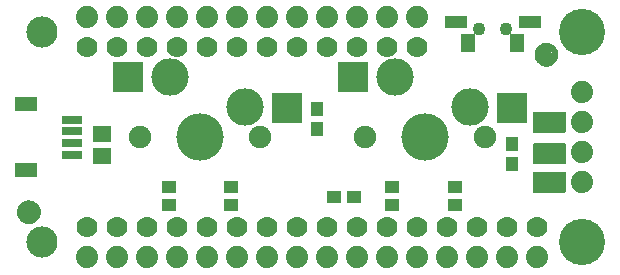
<source format=gbr>
G04 EAGLE Gerber RS-274X export*
G75*
%MOMM*%
%FSLAX34Y34*%
%LPD*%
%INSoldermask Top*%
%IPPOS*%
%AMOC8*
5,1,8,0,0,1.08239X$1,22.5*%
G01*
%ADD10R,2.651600X2.601600*%
%ADD11C,4.001600*%
%ADD12C,3.165100*%
%ADD13C,1.915100*%
%ADD14R,1.301600X1.001600*%
%ADD15R,1.176600X1.101600*%
%ADD16C,2.641600*%
%ADD17C,3.911600*%
%ADD18C,1.879600*%
%ADD19C,1.778000*%
%ADD20R,1.101600X1.176600*%
%ADD21R,1.201600X1.601600*%
%ADD22R,1.851600X1.101600*%
%ADD23C,1.101600*%
%ADD24R,1.651600X0.701600*%
%ADD25R,1.901600X1.301600*%
%ADD26R,1.601600X1.341600*%
%ADD27C,0.469900*%

G36*
X467478Y118126D02*
X467478Y118126D01*
X467597Y118133D01*
X467635Y118146D01*
X467676Y118151D01*
X467786Y118194D01*
X467899Y118231D01*
X467934Y118253D01*
X467971Y118268D01*
X468067Y118338D01*
X468168Y118401D01*
X468196Y118431D01*
X468229Y118454D01*
X468305Y118546D01*
X468386Y118633D01*
X468406Y118668D01*
X468431Y118699D01*
X468482Y118807D01*
X468540Y118911D01*
X468550Y118951D01*
X468567Y118987D01*
X468589Y119104D01*
X468619Y119219D01*
X468623Y119280D01*
X468627Y119300D01*
X468625Y119320D01*
X468629Y119380D01*
X468629Y134620D01*
X468614Y134738D01*
X468607Y134857D01*
X468594Y134895D01*
X468589Y134936D01*
X468546Y135046D01*
X468509Y135159D01*
X468487Y135194D01*
X468472Y135231D01*
X468403Y135327D01*
X468339Y135428D01*
X468309Y135456D01*
X468286Y135489D01*
X468194Y135565D01*
X468107Y135646D01*
X468072Y135666D01*
X468041Y135691D01*
X467933Y135742D01*
X467829Y135800D01*
X467789Y135810D01*
X467753Y135827D01*
X467636Y135849D01*
X467521Y135879D01*
X467461Y135883D01*
X467441Y135887D01*
X467420Y135885D01*
X467360Y135889D01*
X441960Y135889D01*
X441842Y135874D01*
X441723Y135867D01*
X441685Y135854D01*
X441644Y135849D01*
X441534Y135806D01*
X441421Y135769D01*
X441386Y135747D01*
X441349Y135732D01*
X441253Y135663D01*
X441152Y135599D01*
X441124Y135569D01*
X441091Y135546D01*
X441016Y135454D01*
X440934Y135367D01*
X440914Y135332D01*
X440889Y135301D01*
X440838Y135193D01*
X440780Y135089D01*
X440770Y135049D01*
X440753Y135013D01*
X440731Y134896D01*
X440701Y134781D01*
X440697Y134721D01*
X440693Y134701D01*
X440694Y134694D01*
X440693Y134691D01*
X440694Y134676D01*
X440691Y134620D01*
X440691Y119380D01*
X440706Y119262D01*
X440713Y119143D01*
X440726Y119105D01*
X440731Y119064D01*
X440774Y118954D01*
X440811Y118841D01*
X440833Y118806D01*
X440848Y118769D01*
X440918Y118673D01*
X440981Y118572D01*
X441011Y118544D01*
X441034Y118511D01*
X441126Y118436D01*
X441213Y118354D01*
X441248Y118334D01*
X441279Y118309D01*
X441387Y118258D01*
X441491Y118200D01*
X441531Y118190D01*
X441567Y118173D01*
X441684Y118151D01*
X441799Y118121D01*
X441860Y118117D01*
X441880Y118113D01*
X441900Y118115D01*
X441960Y118111D01*
X467360Y118111D01*
X467478Y118126D01*
G37*
G36*
X467478Y91456D02*
X467478Y91456D01*
X467597Y91463D01*
X467635Y91476D01*
X467676Y91481D01*
X467786Y91524D01*
X467899Y91561D01*
X467934Y91583D01*
X467971Y91598D01*
X468067Y91668D01*
X468168Y91731D01*
X468196Y91761D01*
X468229Y91784D01*
X468305Y91876D01*
X468386Y91963D01*
X468406Y91998D01*
X468431Y92029D01*
X468482Y92137D01*
X468540Y92241D01*
X468550Y92281D01*
X468567Y92317D01*
X468589Y92434D01*
X468619Y92549D01*
X468623Y92610D01*
X468627Y92630D01*
X468625Y92650D01*
X468629Y92710D01*
X468629Y107950D01*
X468614Y108068D01*
X468607Y108187D01*
X468594Y108225D01*
X468589Y108266D01*
X468546Y108376D01*
X468509Y108489D01*
X468487Y108524D01*
X468472Y108561D01*
X468403Y108657D01*
X468339Y108758D01*
X468309Y108786D01*
X468286Y108819D01*
X468194Y108895D01*
X468107Y108976D01*
X468072Y108996D01*
X468041Y109021D01*
X467933Y109072D01*
X467829Y109130D01*
X467789Y109140D01*
X467753Y109157D01*
X467636Y109179D01*
X467521Y109209D01*
X467461Y109213D01*
X467441Y109217D01*
X467420Y109215D01*
X467360Y109219D01*
X441960Y109219D01*
X441842Y109204D01*
X441723Y109197D01*
X441685Y109184D01*
X441644Y109179D01*
X441534Y109136D01*
X441421Y109099D01*
X441386Y109077D01*
X441349Y109062D01*
X441253Y108993D01*
X441152Y108929D01*
X441124Y108899D01*
X441091Y108876D01*
X441016Y108784D01*
X440934Y108697D01*
X440914Y108662D01*
X440889Y108631D01*
X440838Y108523D01*
X440780Y108419D01*
X440770Y108379D01*
X440753Y108343D01*
X440731Y108226D01*
X440701Y108111D01*
X440697Y108051D01*
X440693Y108031D01*
X440694Y108024D01*
X440693Y108022D01*
X440694Y108006D01*
X440691Y107950D01*
X440691Y92710D01*
X440706Y92592D01*
X440713Y92473D01*
X440726Y92435D01*
X440731Y92394D01*
X440774Y92284D01*
X440811Y92171D01*
X440833Y92136D01*
X440848Y92099D01*
X440918Y92003D01*
X440981Y91902D01*
X441011Y91874D01*
X441034Y91841D01*
X441126Y91766D01*
X441213Y91684D01*
X441248Y91664D01*
X441279Y91639D01*
X441387Y91588D01*
X441491Y91530D01*
X441531Y91520D01*
X441567Y91503D01*
X441684Y91481D01*
X441799Y91451D01*
X441860Y91447D01*
X441880Y91443D01*
X441900Y91445D01*
X441960Y91441D01*
X467360Y91441D01*
X467478Y91456D01*
G37*
G36*
X467478Y67326D02*
X467478Y67326D01*
X467597Y67333D01*
X467635Y67346D01*
X467676Y67351D01*
X467786Y67394D01*
X467899Y67431D01*
X467934Y67453D01*
X467971Y67468D01*
X468067Y67538D01*
X468168Y67601D01*
X468196Y67631D01*
X468229Y67654D01*
X468305Y67746D01*
X468386Y67833D01*
X468406Y67868D01*
X468431Y67899D01*
X468482Y68007D01*
X468540Y68111D01*
X468550Y68151D01*
X468567Y68187D01*
X468589Y68304D01*
X468619Y68419D01*
X468623Y68480D01*
X468627Y68500D01*
X468625Y68520D01*
X468629Y68580D01*
X468629Y83820D01*
X468614Y83938D01*
X468607Y84057D01*
X468594Y84095D01*
X468589Y84136D01*
X468546Y84246D01*
X468509Y84359D01*
X468487Y84394D01*
X468472Y84431D01*
X468403Y84527D01*
X468339Y84628D01*
X468309Y84656D01*
X468286Y84689D01*
X468194Y84765D01*
X468107Y84846D01*
X468072Y84866D01*
X468041Y84891D01*
X467933Y84942D01*
X467829Y85000D01*
X467789Y85010D01*
X467753Y85027D01*
X467636Y85049D01*
X467521Y85079D01*
X467461Y85083D01*
X467441Y85087D01*
X467420Y85085D01*
X467360Y85089D01*
X441960Y85089D01*
X441842Y85074D01*
X441723Y85067D01*
X441685Y85054D01*
X441644Y85049D01*
X441534Y85006D01*
X441421Y84969D01*
X441386Y84947D01*
X441349Y84932D01*
X441253Y84863D01*
X441152Y84799D01*
X441124Y84769D01*
X441091Y84746D01*
X441016Y84654D01*
X440934Y84567D01*
X440914Y84532D01*
X440889Y84501D01*
X440838Y84393D01*
X440780Y84289D01*
X440770Y84249D01*
X440753Y84213D01*
X440731Y84096D01*
X440701Y83981D01*
X440697Y83921D01*
X440693Y83901D01*
X440694Y83894D01*
X440693Y83892D01*
X440694Y83876D01*
X440691Y83820D01*
X440691Y68580D01*
X440706Y68462D01*
X440713Y68343D01*
X440726Y68305D01*
X440731Y68264D01*
X440774Y68154D01*
X440811Y68041D01*
X440833Y68006D01*
X440848Y67969D01*
X440918Y67873D01*
X440981Y67772D01*
X441011Y67744D01*
X441034Y67711D01*
X441126Y67636D01*
X441213Y67554D01*
X441248Y67534D01*
X441279Y67509D01*
X441387Y67458D01*
X441491Y67400D01*
X441531Y67390D01*
X441567Y67373D01*
X441684Y67351D01*
X441799Y67321D01*
X441860Y67317D01*
X441880Y67313D01*
X441900Y67315D01*
X441960Y67311D01*
X467360Y67311D01*
X467478Y67326D01*
G37*
D10*
X288350Y165100D03*
X422850Y139300D03*
D11*
X349250Y114300D03*
D12*
X323850Y165100D03*
X387350Y139700D03*
D13*
X298450Y114300D03*
X400050Y114300D03*
D14*
X132250Y57270D03*
X132250Y72270D03*
X185250Y57270D03*
X185250Y72270D03*
D15*
X289170Y63500D03*
X272170Y63500D03*
D16*
X25400Y203200D03*
X25400Y25400D03*
D17*
X482600Y203200D03*
X482600Y25400D03*
D18*
X342900Y215900D03*
X317500Y215900D03*
X292100Y215900D03*
X266700Y215900D03*
X241300Y215900D03*
X215900Y215900D03*
X190500Y215900D03*
X165100Y215900D03*
X139700Y215900D03*
X114300Y215900D03*
X88900Y215900D03*
X63500Y215900D03*
X342900Y12700D03*
X317500Y12700D03*
X292100Y12700D03*
X266700Y12700D03*
X241300Y12700D03*
X215900Y12700D03*
X190500Y12700D03*
X165100Y12700D03*
X139700Y12700D03*
X114300Y12700D03*
X88900Y12700D03*
X63500Y12700D03*
X368300Y12700D03*
X393700Y12700D03*
X419100Y12700D03*
X444500Y12700D03*
D10*
X97850Y165100D03*
X232350Y139300D03*
D11*
X158750Y114300D03*
D12*
X133350Y165100D03*
X196850Y139700D03*
D13*
X107950Y114300D03*
X209550Y114300D03*
D14*
X321480Y57270D03*
X321480Y72270D03*
X374480Y57270D03*
X374480Y72270D03*
D19*
X342900Y190500D03*
X317500Y190500D03*
X292100Y190500D03*
X266700Y190500D03*
X241300Y190500D03*
X215900Y190500D03*
X190500Y190500D03*
X165100Y190500D03*
X139700Y190500D03*
X114300Y190500D03*
X88900Y190500D03*
X63500Y190500D03*
X63500Y38100D03*
X88900Y38100D03*
X114300Y38100D03*
X139700Y38100D03*
X165100Y38100D03*
X190500Y38100D03*
X215900Y38100D03*
X241300Y38100D03*
X266700Y38100D03*
X292100Y38100D03*
X317500Y38100D03*
X342900Y38100D03*
X368300Y38100D03*
X393700Y38100D03*
X419100Y38100D03*
X444500Y38100D03*
D18*
X482600Y76200D03*
X482600Y101600D03*
X482600Y127000D03*
X482600Y152400D03*
D20*
X422910Y108830D03*
X422910Y91830D03*
X257810Y138040D03*
X257810Y121040D03*
D21*
X427400Y194200D03*
X385400Y194200D03*
D22*
X438150Y212200D03*
X375650Y212200D03*
D23*
X417900Y206200D03*
X394900Y206200D03*
D24*
X50540Y119300D03*
X50540Y109300D03*
X50540Y129300D03*
X50540Y99300D03*
D25*
X11540Y142300D03*
X11540Y86300D03*
D26*
X76200Y117450D03*
X76200Y98450D03*
D23*
X452120Y184150D03*
D27*
X452120Y191650D02*
X451939Y191648D01*
X451758Y191641D01*
X451577Y191630D01*
X451396Y191615D01*
X451216Y191595D01*
X451036Y191571D01*
X450857Y191543D01*
X450679Y191510D01*
X450502Y191473D01*
X450325Y191432D01*
X450150Y191387D01*
X449975Y191337D01*
X449802Y191283D01*
X449631Y191225D01*
X449460Y191163D01*
X449292Y191096D01*
X449125Y191026D01*
X448959Y190952D01*
X448796Y190873D01*
X448635Y190791D01*
X448475Y190705D01*
X448318Y190615D01*
X448163Y190521D01*
X448010Y190424D01*
X447860Y190322D01*
X447712Y190218D01*
X447566Y190109D01*
X447424Y189998D01*
X447284Y189882D01*
X447147Y189764D01*
X447012Y189642D01*
X446881Y189517D01*
X446753Y189389D01*
X446628Y189258D01*
X446506Y189123D01*
X446388Y188986D01*
X446272Y188846D01*
X446161Y188704D01*
X446052Y188558D01*
X445948Y188410D01*
X445846Y188260D01*
X445749Y188107D01*
X445655Y187952D01*
X445565Y187795D01*
X445479Y187635D01*
X445397Y187474D01*
X445318Y187311D01*
X445244Y187145D01*
X445174Y186978D01*
X445107Y186810D01*
X445045Y186639D01*
X444987Y186468D01*
X444933Y186295D01*
X444883Y186120D01*
X444838Y185945D01*
X444797Y185768D01*
X444760Y185591D01*
X444727Y185413D01*
X444699Y185234D01*
X444675Y185054D01*
X444655Y184874D01*
X444640Y184693D01*
X444629Y184512D01*
X444622Y184331D01*
X444620Y184150D01*
X452120Y191650D02*
X452301Y191648D01*
X452482Y191641D01*
X452663Y191630D01*
X452844Y191615D01*
X453024Y191595D01*
X453204Y191571D01*
X453383Y191543D01*
X453561Y191510D01*
X453738Y191473D01*
X453915Y191432D01*
X454090Y191387D01*
X454265Y191337D01*
X454438Y191283D01*
X454609Y191225D01*
X454780Y191163D01*
X454948Y191096D01*
X455115Y191026D01*
X455281Y190952D01*
X455444Y190873D01*
X455605Y190791D01*
X455765Y190705D01*
X455922Y190615D01*
X456077Y190521D01*
X456230Y190424D01*
X456380Y190322D01*
X456528Y190218D01*
X456674Y190109D01*
X456816Y189998D01*
X456956Y189882D01*
X457093Y189764D01*
X457228Y189642D01*
X457359Y189517D01*
X457487Y189389D01*
X457612Y189258D01*
X457734Y189123D01*
X457852Y188986D01*
X457968Y188846D01*
X458079Y188704D01*
X458188Y188558D01*
X458292Y188410D01*
X458394Y188260D01*
X458491Y188107D01*
X458585Y187952D01*
X458675Y187795D01*
X458761Y187635D01*
X458843Y187474D01*
X458922Y187311D01*
X458996Y187145D01*
X459066Y186978D01*
X459133Y186810D01*
X459195Y186639D01*
X459253Y186468D01*
X459307Y186295D01*
X459357Y186120D01*
X459402Y185945D01*
X459443Y185768D01*
X459480Y185591D01*
X459513Y185413D01*
X459541Y185234D01*
X459565Y185054D01*
X459585Y184874D01*
X459600Y184693D01*
X459611Y184512D01*
X459618Y184331D01*
X459620Y184150D01*
X459618Y183969D01*
X459611Y183788D01*
X459600Y183607D01*
X459585Y183426D01*
X459565Y183246D01*
X459541Y183066D01*
X459513Y182887D01*
X459480Y182709D01*
X459443Y182532D01*
X459402Y182355D01*
X459357Y182180D01*
X459307Y182005D01*
X459253Y181832D01*
X459195Y181661D01*
X459133Y181490D01*
X459066Y181322D01*
X458996Y181155D01*
X458922Y180989D01*
X458843Y180826D01*
X458761Y180665D01*
X458675Y180505D01*
X458585Y180348D01*
X458491Y180193D01*
X458394Y180040D01*
X458292Y179890D01*
X458188Y179742D01*
X458079Y179596D01*
X457968Y179454D01*
X457852Y179314D01*
X457734Y179177D01*
X457612Y179042D01*
X457487Y178911D01*
X457359Y178783D01*
X457228Y178658D01*
X457093Y178536D01*
X456956Y178418D01*
X456816Y178302D01*
X456674Y178191D01*
X456528Y178082D01*
X456380Y177978D01*
X456230Y177876D01*
X456077Y177779D01*
X455922Y177685D01*
X455765Y177595D01*
X455605Y177509D01*
X455444Y177427D01*
X455281Y177348D01*
X455115Y177274D01*
X454948Y177204D01*
X454780Y177137D01*
X454609Y177075D01*
X454438Y177017D01*
X454265Y176963D01*
X454090Y176913D01*
X453915Y176868D01*
X453738Y176827D01*
X453561Y176790D01*
X453383Y176757D01*
X453204Y176729D01*
X453024Y176705D01*
X452844Y176685D01*
X452663Y176670D01*
X452482Y176659D01*
X452301Y176652D01*
X452120Y176650D01*
X451939Y176652D01*
X451758Y176659D01*
X451577Y176670D01*
X451396Y176685D01*
X451216Y176705D01*
X451036Y176729D01*
X450857Y176757D01*
X450679Y176790D01*
X450502Y176827D01*
X450325Y176868D01*
X450150Y176913D01*
X449975Y176963D01*
X449802Y177017D01*
X449631Y177075D01*
X449460Y177137D01*
X449292Y177204D01*
X449125Y177274D01*
X448959Y177348D01*
X448796Y177427D01*
X448635Y177509D01*
X448475Y177595D01*
X448318Y177685D01*
X448163Y177779D01*
X448010Y177876D01*
X447860Y177978D01*
X447712Y178082D01*
X447566Y178191D01*
X447424Y178302D01*
X447284Y178418D01*
X447147Y178536D01*
X447012Y178658D01*
X446881Y178783D01*
X446753Y178911D01*
X446628Y179042D01*
X446506Y179177D01*
X446388Y179314D01*
X446272Y179454D01*
X446161Y179596D01*
X446052Y179742D01*
X445948Y179890D01*
X445846Y180040D01*
X445749Y180193D01*
X445655Y180348D01*
X445565Y180505D01*
X445479Y180665D01*
X445397Y180826D01*
X445318Y180989D01*
X445244Y181155D01*
X445174Y181322D01*
X445107Y181490D01*
X445045Y181661D01*
X444987Y181832D01*
X444933Y182005D01*
X444883Y182180D01*
X444838Y182355D01*
X444797Y182532D01*
X444760Y182709D01*
X444727Y182887D01*
X444699Y183066D01*
X444675Y183246D01*
X444655Y183426D01*
X444640Y183607D01*
X444629Y183788D01*
X444622Y183969D01*
X444620Y184150D01*
D23*
X13970Y50800D03*
D27*
X13970Y58300D02*
X13789Y58298D01*
X13608Y58291D01*
X13427Y58280D01*
X13246Y58265D01*
X13066Y58245D01*
X12886Y58221D01*
X12707Y58193D01*
X12529Y58160D01*
X12352Y58123D01*
X12175Y58082D01*
X12000Y58037D01*
X11825Y57987D01*
X11652Y57933D01*
X11481Y57875D01*
X11310Y57813D01*
X11142Y57746D01*
X10975Y57676D01*
X10809Y57602D01*
X10646Y57523D01*
X10485Y57441D01*
X10325Y57355D01*
X10168Y57265D01*
X10013Y57171D01*
X9860Y57074D01*
X9710Y56972D01*
X9562Y56868D01*
X9416Y56759D01*
X9274Y56648D01*
X9134Y56532D01*
X8997Y56414D01*
X8862Y56292D01*
X8731Y56167D01*
X8603Y56039D01*
X8478Y55908D01*
X8356Y55773D01*
X8238Y55636D01*
X8122Y55496D01*
X8011Y55354D01*
X7902Y55208D01*
X7798Y55060D01*
X7696Y54910D01*
X7599Y54757D01*
X7505Y54602D01*
X7415Y54445D01*
X7329Y54285D01*
X7247Y54124D01*
X7168Y53961D01*
X7094Y53795D01*
X7024Y53628D01*
X6957Y53460D01*
X6895Y53289D01*
X6837Y53118D01*
X6783Y52945D01*
X6733Y52770D01*
X6688Y52595D01*
X6647Y52418D01*
X6610Y52241D01*
X6577Y52063D01*
X6549Y51884D01*
X6525Y51704D01*
X6505Y51524D01*
X6490Y51343D01*
X6479Y51162D01*
X6472Y50981D01*
X6470Y50800D01*
X13970Y58300D02*
X14151Y58298D01*
X14332Y58291D01*
X14513Y58280D01*
X14694Y58265D01*
X14874Y58245D01*
X15054Y58221D01*
X15233Y58193D01*
X15411Y58160D01*
X15588Y58123D01*
X15765Y58082D01*
X15940Y58037D01*
X16115Y57987D01*
X16288Y57933D01*
X16459Y57875D01*
X16630Y57813D01*
X16798Y57746D01*
X16965Y57676D01*
X17131Y57602D01*
X17294Y57523D01*
X17455Y57441D01*
X17615Y57355D01*
X17772Y57265D01*
X17927Y57171D01*
X18080Y57074D01*
X18230Y56972D01*
X18378Y56868D01*
X18524Y56759D01*
X18666Y56648D01*
X18806Y56532D01*
X18943Y56414D01*
X19078Y56292D01*
X19209Y56167D01*
X19337Y56039D01*
X19462Y55908D01*
X19584Y55773D01*
X19702Y55636D01*
X19818Y55496D01*
X19929Y55354D01*
X20038Y55208D01*
X20142Y55060D01*
X20244Y54910D01*
X20341Y54757D01*
X20435Y54602D01*
X20525Y54445D01*
X20611Y54285D01*
X20693Y54124D01*
X20772Y53961D01*
X20846Y53795D01*
X20916Y53628D01*
X20983Y53460D01*
X21045Y53289D01*
X21103Y53118D01*
X21157Y52945D01*
X21207Y52770D01*
X21252Y52595D01*
X21293Y52418D01*
X21330Y52241D01*
X21363Y52063D01*
X21391Y51884D01*
X21415Y51704D01*
X21435Y51524D01*
X21450Y51343D01*
X21461Y51162D01*
X21468Y50981D01*
X21470Y50800D01*
X21468Y50619D01*
X21461Y50438D01*
X21450Y50257D01*
X21435Y50076D01*
X21415Y49896D01*
X21391Y49716D01*
X21363Y49537D01*
X21330Y49359D01*
X21293Y49182D01*
X21252Y49005D01*
X21207Y48830D01*
X21157Y48655D01*
X21103Y48482D01*
X21045Y48311D01*
X20983Y48140D01*
X20916Y47972D01*
X20846Y47805D01*
X20772Y47639D01*
X20693Y47476D01*
X20611Y47315D01*
X20525Y47155D01*
X20435Y46998D01*
X20341Y46843D01*
X20244Y46690D01*
X20142Y46540D01*
X20038Y46392D01*
X19929Y46246D01*
X19818Y46104D01*
X19702Y45964D01*
X19584Y45827D01*
X19462Y45692D01*
X19337Y45561D01*
X19209Y45433D01*
X19078Y45308D01*
X18943Y45186D01*
X18806Y45068D01*
X18666Y44952D01*
X18524Y44841D01*
X18378Y44732D01*
X18230Y44628D01*
X18080Y44526D01*
X17927Y44429D01*
X17772Y44335D01*
X17615Y44245D01*
X17455Y44159D01*
X17294Y44077D01*
X17131Y43998D01*
X16965Y43924D01*
X16798Y43854D01*
X16630Y43787D01*
X16459Y43725D01*
X16288Y43667D01*
X16115Y43613D01*
X15940Y43563D01*
X15765Y43518D01*
X15588Y43477D01*
X15411Y43440D01*
X15233Y43407D01*
X15054Y43379D01*
X14874Y43355D01*
X14694Y43335D01*
X14513Y43320D01*
X14332Y43309D01*
X14151Y43302D01*
X13970Y43300D01*
X13789Y43302D01*
X13608Y43309D01*
X13427Y43320D01*
X13246Y43335D01*
X13066Y43355D01*
X12886Y43379D01*
X12707Y43407D01*
X12529Y43440D01*
X12352Y43477D01*
X12175Y43518D01*
X12000Y43563D01*
X11825Y43613D01*
X11652Y43667D01*
X11481Y43725D01*
X11310Y43787D01*
X11142Y43854D01*
X10975Y43924D01*
X10809Y43998D01*
X10646Y44077D01*
X10485Y44159D01*
X10325Y44245D01*
X10168Y44335D01*
X10013Y44429D01*
X9860Y44526D01*
X9710Y44628D01*
X9562Y44732D01*
X9416Y44841D01*
X9274Y44952D01*
X9134Y45068D01*
X8997Y45186D01*
X8862Y45308D01*
X8731Y45433D01*
X8603Y45561D01*
X8478Y45692D01*
X8356Y45827D01*
X8238Y45964D01*
X8122Y46104D01*
X8011Y46246D01*
X7902Y46392D01*
X7798Y46540D01*
X7696Y46690D01*
X7599Y46843D01*
X7505Y46998D01*
X7415Y47155D01*
X7329Y47315D01*
X7247Y47476D01*
X7168Y47639D01*
X7094Y47805D01*
X7024Y47972D01*
X6957Y48140D01*
X6895Y48311D01*
X6837Y48482D01*
X6783Y48655D01*
X6733Y48830D01*
X6688Y49005D01*
X6647Y49182D01*
X6610Y49359D01*
X6577Y49537D01*
X6549Y49716D01*
X6525Y49896D01*
X6505Y50076D01*
X6490Y50257D01*
X6479Y50438D01*
X6472Y50619D01*
X6470Y50800D01*
M02*

</source>
